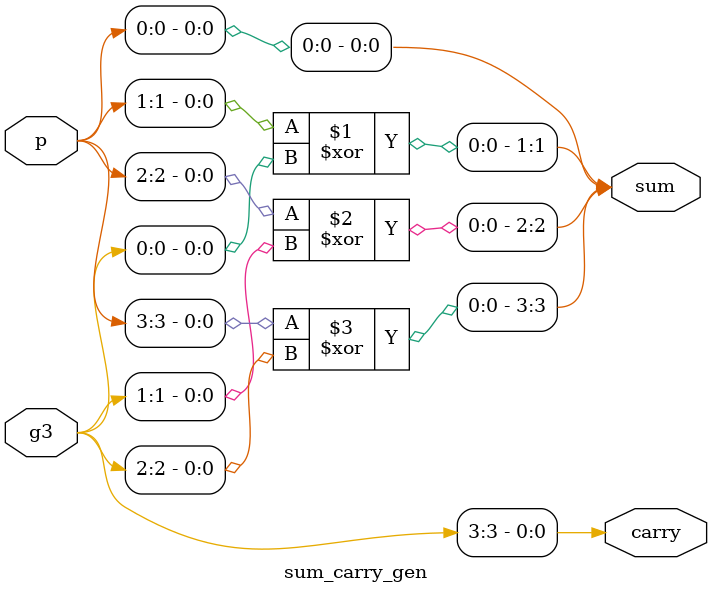
<source format=v>
module kogge_stone_adder (
    input  [3:0] a, b,
    output [3:0] sum,
    output       carry
);

    wire [3:0] p, g;
    wire [3:0] g1, p1;
    wire [3:0] g2, p2; 
    wire [3:0] g3, p3;

    // Generate and propagate module
    gp_generator gp_gen (
        .a(a),
        .b(b),
        .p(p),
        .g(g)
    );

    // Stage 1 module
    stage1 stage1_inst (
        .p(p),
        .g(g),
        .g1(g1),
        .p1(p1)
    );

    // Stage 2 module  
    stage2 stage2_inst (
        .g1(g1),
        .p1(p1),
        .g2(g2),
        .p2(p2)
    );

    // Stage 3 module
    stage3 stage3_inst (
        .g2(g2),
        .p2(p2),
        .g3(g3),
        .p3(p3)
    );

    // Final sum and carry module
    sum_carry_gen sum_carry_inst (
        .p(p),
        .g3(g3),
        .sum(sum),
        .carry(carry)
    );

endmodule

// Generate and propagate module
module gp_generator (
    input  [3:0] a, b,
    output [3:0] p, g
);
    assign p = a ^ b;
    assign g = a & b;
endmodule

// Stage 1 module
module stage1 (
    input  [3:0] p, g,
    output [3:0] g1, p1
);
    assign g1[0] = g[0];
    assign p1[0] = p[0];
    
    assign g1[1] = g[1] | (p[1] & g[0]);
    assign p1[1] = p[1] & p[0];
    
    assign g1[2] = g[2] | (p[2] & g[1]);
    assign p1[2] = p[2] & p[1];
    
    assign g1[3] = g[3] | (p[3] & g[2]);
    assign p1[3] = p[3] & p[2];
endmodule

// Stage 2 module
module stage2 (
    input  [3:0] g1, p1,
    output [3:0] g2, p2
);
    assign g2[0] = g1[0];
    assign p2[0] = p1[0];
    
    assign g2[1] = g1[1];
    assign p2[1] = p1[1];
    
    assign g2[2] = g1[2] | (p1[2] & g1[0]);
    assign p2[2] = p1[2] & p1[0];
    
    assign g2[3] = g1[3] | (p1[3] & g1[1]);
    assign p2[3] = p1[3] & p1[1];
endmodule

// Stage 3 module
module stage3 (
    input  [3:0] g2, p2,
    output [3:0] g3, p3
);
    assign g3[0] = g2[0];
    assign p3[0] = p2[0];
    
    assign g3[1] = g2[1];
    assign p3[1] = p2[1];
    
    assign g3[2] = g2[2];
    assign p3[2] = p2[2];
    
    assign g3[3] = g2[3] | (p2[3] & g2[0]);
    assign p3[3] = p2[3] & p2[0];
endmodule

// Final sum and carry module
module sum_carry_gen (
    input  [3:0] p, g3,
    output [3:0] sum,
    output       carry
);
    assign sum[0] = p[0];
    assign sum[1] = p[1] ^ g3[0];
    assign sum[2] = p[2] ^ g3[1];
    assign sum[3] = p[3] ^ g3[2];
    assign carry = g3[3];
endmodule
</source>
